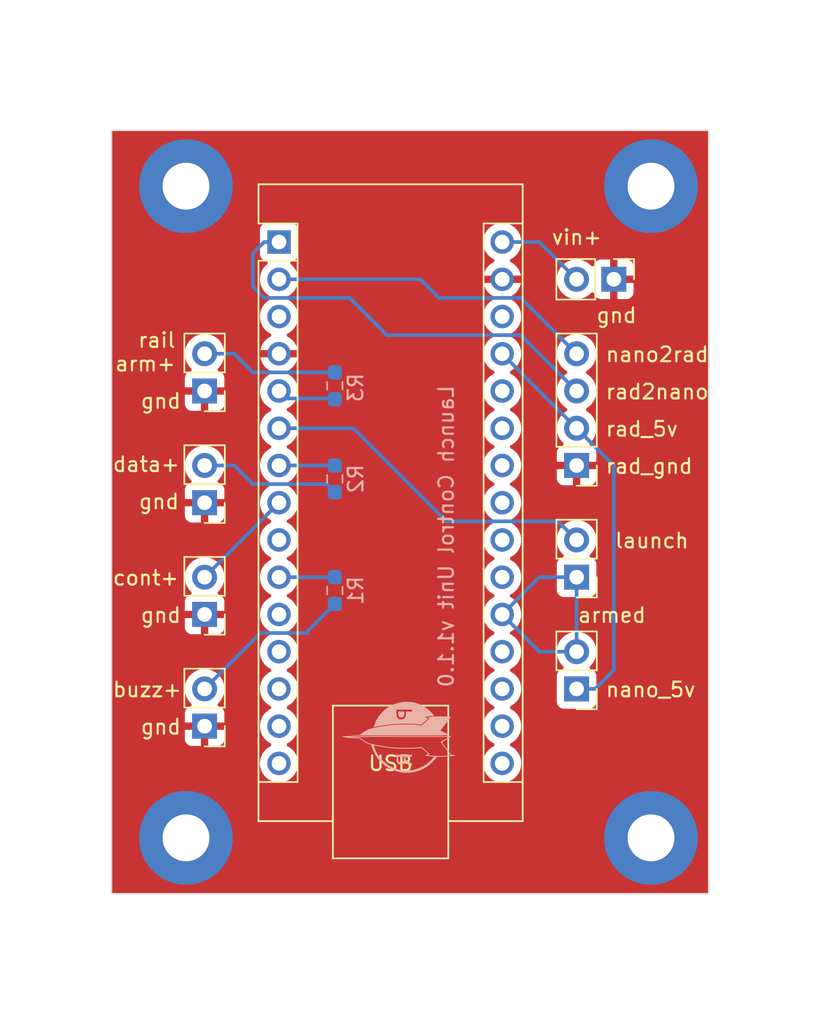
<source format=kicad_pcb>
(kicad_pcb (version 20241229) (generator "pcbnew") (generator_version "9.0")
  (layers (0 "F.Cu" signal) (2 "B.Cu" signal) (13 "F.Paste" user) (15 "B.Paste" user) (5 "F.SilkS" user "F.Silkscreen") (7 "B.SilkS" user "B.Silkscreen") (1 "F.Mask" user) (3 "B.Mask" user) (25 "Edge.Cuts" user))
  (net 0 "")
  (net 2 "/msg_recv_LED_pin")
  (net 3 "/rail_isArmed_LED_pin")
  (net 4 "GND")
  (net 5 "/rail_continuity_LED_PIN")
  (net 11 "Net-(A1-A1)")
  (net 13 "/trigger_pin")
  (net 20 "Net-(A1-D7)")
  (net 26 "Net-(J3-Pin_1)")
  (net 27 "Net-(BZ1-+)")
  (net 28 "Net-(J2-Pin_1)")
  (net 29 "+5V")
  (net 30 "/rad_to_nano")
  (net 31 "/nano_to_rad")
  (net 32 "VIN")
  (footprint "Connector_PinHeader_2.54mm:PinHeader_1x02_P2.54mm_Vertical" (layer "F.Cu") (at 147.32 90.17 180)
    (property "Reference" "SW2" (hide yes))
    (property "Value" "fire_btn")
    (fp_line (start 1.38 1.27) (end 1.38 3.92) (stroke (width 0.12)) (layer "F.SilkS"))
    (fp_line (start -1.38 3.92) (end 1.38 3.92) (stroke (width 0.12)) (layer "F.SilkS"))
    (fp_line (start -1.38 1.27) (end 1.38 1.27) (stroke (width 0.12)) (layer "F.SilkS"))
    (fp_line (start -1.38 1.27) (end -1.38 3.92) (stroke (width 0.12)) (layer "F.SilkS"))
    (fp_line (start -1.38 0) (end -1.38 -1.38) (stroke (width 0.12)) (layer "F.SilkS"))
    (fp_line (start -1.38 -1.38) (end 0 -1.38) (stroke (width 0.12)) (layer "F.SilkS"))
    (pad "1" thru_hole rect (at 0 0 180) (size 1.7 1.7) (drill 1) (layers "*.Cu" "*.Mask") (net 11 "Net-(A1-A1)"))
    (pad "2" thru_hole circle (at 0 2.54 180) (size 1.7 1.7) (drill 1) (layers "*.Cu" "*.Mask") (net 13 "/trigger_pin"))
  )
  (footprint "Connector_PinHeader_2.54mm:PinHeader_1x02_P2.54mm_Vertical" (layer "F.Cu") (at 121.92 85.09 180)
    (property "Reference" "J2" (hide yes))
    (property "Value" "Msg_Recv_LED")
    (fp_line (start 1.38 1.27) (end 1.38 3.92) (stroke (width 0.12)) (layer "F.SilkS"))
    (fp_line (start -1.38 3.92) (end 1.38 3.92) (stroke (width 0.12)) (layer "F.SilkS"))
    (fp_line (start -1.38 1.27) (end 1.38 1.27) (stroke (width 0.12)) (layer "F.SilkS"))
    (fp_line (start -1.38 1.27) (end -1.38 3.92) (stroke (width 0.12)) (layer "F.SilkS"))
    (fp_line (start -1.38 0) (end -1.38 -1.38) (stroke (width 0.12)) (layer "F.SilkS"))
    (fp_line (start -1.38 -1.38) (end 0 -1.38) (stroke (width 0.12)) (layer "F.SilkS"))
    (pad "1" thru_hole rect (at 0 0 180) (size 1.7 1.7) (drill 1) (layers "*.Cu" "*.Mask") (net 4 "GND"))
    (pad "2" thru_hole circle (at 0 2.54 180) (size 1.7 1.7) (drill 1) (layers "*.Cu" "*.Mask") (net 28 "Net-(J2-Pin_1)"))
  )
  (footprint "Connector_PinHeader_2.54mm:PinHeader_1x02_P2.54mm_Vertical" (layer "F.Cu") (at 121.92 100.33 180)
    (property "Reference" "BZ1" (hide yes))
    (property "Value" "Buzzer")
    (fp_line (start 1.38 1.27) (end 1.38 3.92) (stroke (width 0.12)) (layer "F.SilkS"))
    (fp_line (start -1.38 3.92) (end 1.38 3.92) (stroke (width 0.12)) (layer "F.SilkS"))
    (fp_line (start -1.38 1.27) (end 1.38 1.27) (stroke (width 0.12)) (layer "F.SilkS"))
    (fp_line (start -1.38 1.27) (end -1.38 3.92) (stroke (width 0.12)) (layer "F.SilkS"))
    (fp_line (start -1.38 0) (end -1.38 -1.38) (stroke (width 0.12)) (layer "F.SilkS"))
    (fp_line (start -1.38 -1.38) (end 0 -1.38) (stroke (width 0.12)) (layer "F.SilkS"))
    (pad "1" thru_hole rect (at 0 0 180) (size 1.7 1.7) (drill 1) (layers "*.Cu" "*.Mask") (net 4 "GND"))
    (pad "2" thru_hole circle (at 0 2.54 180) (size 1.7 1.7) (drill 1) (layers "*.Cu" "*.Mask") (net 27 "Net-(BZ1-+)"))
  )
  (footprint "MountingHole:MountingHole_3.2mm_M3_Pad_TopBottom" (layer "F.Cu") (at 152.4 107.95)
    (property "Reference" "H4" (hide yes))
    (property "Value" "MountingHole_Pad")
    (pad "1" thru_hole circle (at 0 0) (size 3.6 3.6) (drill 3.2) (layers "*.Cu" "*.Mask") (net 4 "GND"))
    (pad "1" connect circle (at 0 0) (size 6.4 6.4) (layers "F.Cu" "F.Mask") (net 4 "GND"))
    (pad "1" connect circle (at 0 0) (size 6.4 6.4) (layers "B.Cu" "B.Mask") (net 4 "GND"))
  )
  (footprint "MountingHole:MountingHole_3.2mm_M3_Pad_TopBottom" (layer "F.Cu") (at 120.65 107.95)
    (property "Reference" "H3" (hide yes))
    (property "Value" "MountingHole_Pad")
    (pad "1" thru_hole circle (at 0 0) (size 3.6 3.6) (drill 3.2) (layers "*.Cu" "*.Mask") (net 4 "GND"))
    (pad "1" connect circle (at 0 0) (size 6.4 6.4) (layers "F.Cu" "F.Mask") (net 4 "GND"))
    (pad "1" connect circle (at 0 0) (size 6.4 6.4) (layers "B.Cu" "B.Mask") (net 4 "GND"))
  )
  (footprint "Module:Arduino_Nano" (layer "F.Cu") (at 127 67.31)
    (property "Reference" "A1" (hide yes))
    (property "Value" "Arduino_Nano_v2.x")
    (fp_line (start -1.4 -3.94) (end -1.4 -1.27) (stroke (width 0.12)) (layer "F.SilkS"))
    (fp_line (start -1.4 1.27) (end -1.4 39.5) (stroke (width 0.12)) (layer "F.SilkS"))
    (fp_line (start -1.4 39.5) (end 3.68 39.5) (stroke (width 0.12)) (layer "F.SilkS"))
    (fp_line (start 1.27 -1.27) (end -1.4 -1.27) (stroke (width 0.12)) (layer "F.SilkS"))
    (fp_line (start 1.27 1.27) (end -1.4 1.27) (stroke (width 0.12)) (layer "F.SilkS"))
    (fp_line (start 1.27 1.27) (end 1.27 -1.27) (stroke (width 0.12)) (layer "F.SilkS"))
    (fp_line (start 1.27 1.27) (end 1.27 36.83) (stroke (width 0.12)) (layer "F.SilkS"))
    (fp_line (start 1.27 36.83) (end -1.4 36.83) (stroke (width 0.12)) (layer "F.SilkS"))
    (fp_line (start 3.68 31.62) (end 11.56 31.62) (stroke (width 0.12)) (layer "F.SilkS"))
    (fp_line (start 3.68 42.04) (end 3.68 31.62) (stroke (width 0.12)) (layer "F.SilkS"))
    (fp_line (start 11.56 31.62) (end 11.56 42.04) (stroke (width 0.12)) (layer "F.SilkS"))
    (fp_line (start 11.56 42.04) (end 3.68 42.04) (stroke (width 0.12)) (layer "F.SilkS"))
    (fp_line (start 13.97 -1.27) (end 13.97 36.83) (stroke (width 0.12)) (layer "F.SilkS"))
    (fp_line (start 13.97 -1.27) (end 16.64 -1.27) (stroke (width 0.12)) (layer "F.SilkS"))
    (fp_line (start 13.97 36.83) (end 16.64 36.83) (stroke (width 0.12)) (layer "F.SilkS"))
    (fp_line (start 16.64 -3.94) (end -1.4 -3.94) (stroke (width 0.12)) (layer "F.SilkS"))
    (fp_line (start 16.64 39.5) (end 11.56 39.5) (stroke (width 0.12)) (layer "F.SilkS"))
    (fp_line (start 16.64 39.5) (end 16.64 -3.94) (stroke (width 0.12)) (layer "F.SilkS"))
    (fp_text user "USB" (at 7.62 35.56 0) (layer "F.SilkS"))
    (pad "1" thru_hole rect (at 0 0) (size 1.6 1.6) (drill 1) (layers "*.Cu" "*.Mask") (net 31 "/nano_to_rad"))
    (pad "2" thru_hole oval (at 0 2.54) (size 1.6 1.6) (drill 1) (layers "*.Cu" "*.Mask") (net 30 "/rad_to_nano"))
    (pad "3" thru_hole oval (at 0 5.08) (size 1.6 1.6) (drill 1) (layers "*.Cu" "*.Mask"))
    (pad "4" thru_hole oval (at 0 7.62) (size 1.6 1.6) (drill 1) (layers "*.Cu" "*.Mask") (net 4 "GND"))
    (pad "5" thru_hole oval (at 0 10.16) (size 1.6 1.6) (drill 1) (layers "*.Cu" "*.Mask") (net 3 "/rail_isArmed_LED_pin"))
    (pad "6" thru_hole oval (at 0 12.7) (size 1.6 1.6) (drill 1) (layers "*.Cu" "*.Mask") (net 13 "/trigger_pin"))
    (pad "7" thru_hole oval (at 0 15.24) (size 1.6 1.6) (drill 1) (layers "*.Cu" "*.Mask") (net 2 "/msg_recv_LED_pin"))
    (pad "8" thru_hole oval (at 0 17.78) (size 1.6 1.6) (drill 1) (layers "*.Cu" "*.Mask") (net 5 "/rail_continuity_LED_PIN"))
    (pad "9" thru_hole oval (at 0 20.32) (size 1.6 1.6) (drill 1) (layers "*.Cu" "*.Mask"))
    (pad "10" thru_hole oval (at 0 22.86) (size 1.6 1.6) (drill 1) (layers "*.Cu" "*.Mask") (net 20 "Net-(A1-D7)"))
    (pad "11" thru_hole oval (at 0 25.4) (size 1.6 1.6) (drill 1) (layers "*.Cu" "*.Mask"))
    (pad "12" thru_hole oval (at 0 27.94) (size 1.6 1.6) (drill 1) (layers "*.Cu" "*.Mask"))
    (pad "13" thru_hole oval (at 0 30.48) (size 1.6 1.6) (drill 1) (layers "*.Cu" "*.Mask"))
    (pad "14" thru_hole oval (at 0 33.02) (size 1.6 1.6) (drill 1) (layers "*.Cu" "*.Mask"))
    (pad "15" thru_hole oval (at 0 35.56) (size 1.6 1.6) (drill 1) (layers "*.Cu" "*.Mask"))
    (pad "16" thru_hole oval (at 15.24 35.56) (size 1.6 1.6) (drill 1) (layers "*.Cu" "*.Mask"))
    (pad "17" thru_hole oval (at 15.24 33.02) (size 1.6 1.6) (drill 1) (layers "*.Cu" "*.Mask"))
    (pad "18" thru_hole oval (at 15.24 30.48) (size 1.6 1.6) (drill 1) (layers "*.Cu" "*.Mask"))
    (pad "19" thru_hole oval (at 15.24 27.94) (size 1.6 1.6) (drill 1) (layers "*.Cu" "*.Mask"))
    (pad "20" thru_hole oval (at 15.24 25.4) (size 1.6 1.6) (drill 1) (layers "*.Cu" "*.Mask") (net 11 "Net-(A1-A1)"))
    (pad "21" thru_hole oval (at 15.24 22.86) (size 1.6 1.6) (drill 1) (layers "*.Cu" "*.Mask"))
    (pad "22" thru_hole oval (at 15.24 20.32) (size 1.6 1.6) (drill 1) (layers "*.Cu" "*.Mask"))
    (pad "23" thru_hole oval (at 15.24 17.78) (size 1.6 1.6) (drill 1) (layers "*.Cu" "*.Mask"))
    (pad "24" thru_hole oval (at 15.24 15.24) (size 1.6 1.6) (drill 1) (layers "*.Cu" "*.Mask"))
    (pad "25" thru_hole oval (at 15.24 12.7) (size 1.6 1.6) (drill 1) (layers "*.Cu" "*.Mask"))
    (pad "26" thru_hole oval (at 15.24 10.16) (size 1.6 1.6) (drill 1) (layers "*.Cu" "*.Mask"))
    (pad "27" thru_hole oval (at 15.24 7.62) (size 1.6 1.6) (drill 1) (layers "*.Cu" "*.Mask") (net 29 "+5V"))
    (pad "28" thru_hole oval (at 15.24 5.08) (size 1.6 1.6) (drill 1) (layers "*.Cu" "*.Mask"))
    (pad "29" thru_hole oval (at 15.24 2.54) (size 1.6 1.6) (drill 1) (layers "*.Cu" "*.Mask") (net 4 "GND"))
    (pad "30" thru_hole oval (at 15.24 0) (size 1.6 1.6) (drill 1) (layers "*.Cu" "*.Mask") (net 32 "VIN"))
  )
  (footprint "MountingHole:MountingHole_3.2mm_M3_Pad_TopBottom" (layer "F.Cu") (at 120.65 63.5)
    (property "Reference" "H2" (hide yes))
    (property "Value" "MountingHole_Pad")
    (pad "1" thru_hole circle (at 0 0) (size 3.6 3.6) (drill 3.2) (layers "*.Cu" "*.Mask") (net 4 "GND"))
    (pad "1" connect circle (at 0 0) (size 6.4 6.4) (layers "F.Cu" "F.Mask") (net 4 "GND"))
    (pad "1" connect circle (at 0 0) (size 6.4 6.4) (layers "B.Cu" "B.Mask") (net 4 "GND"))
  )
  (footprint "MountingHole:MountingHole_3.2mm_M3_Pad_TopBottom" (layer "F.Cu") (at 152.4 63.5)
    (property "Reference" "H1" (hide yes))
    (property "Value" "MountingHole_Pad")
    (pad "1" thru_hole circle (at 0 0) (size 3.6 3.6) (drill 3.2) (layers "*.Cu" "*.Mask") (net 4 "GND"))
    (pad "1" connect circle (at 0 0) (size 6.4 6.4) (layers "F.Cu" "F.Mask") (net 4 "GND"))
    (pad "1" connect circle (at 0 0) (size 6.4 6.4) (layers "B.Cu" "B.Mask") (net 4 "GND"))
  )
  (footprint "Connector_PinHeader_2.54mm:PinHeader_1x02_P2.54mm_Vertical" (layer "F.Cu") (at 121.92 92.71 180)
    (property "Reference" "D1" (hide yes))
    (property "Value" "LED")
    (fp_line (start 1.38 1.27) (end 1.38 3.92) (stroke (width 0.12)) (layer "F.SilkS"))
    (fp_line (start -1.38 3.92) (end 1.38 3.92) (stroke (width 0.12)) (layer "F.SilkS"))
    (fp_line (start -1.38 1.27) (end 1.38 1.27) (stroke (width 0.12)) (layer "F.SilkS"))
    (fp_line (start -1.38 1.27) (end -1.38 3.92) (stroke (width 0.12)) (layer "F.SilkS"))
    (fp_line (start -1.38 0) (end -1.38 -1.38) (stroke (width 0.12)) (layer "F.SilkS"))
    (fp_line (start -1.38 -1.38) (end 0 -1.38) (stroke (width 0.12)) (layer "F.SilkS"))
    (pad "1" thru_hole rect (at 0 0 180) (size 1.7 1.7) (drill 1) (layers "*.Cu" "*.Mask") (net 4 "GND"))
    (pad "2" thru_hole circle (at 0 2.54 180) (size 1.7 1.7) (drill 1) (layers "*.Cu" "*.Mask") (net 5 "/rail_continuity_LED_PIN"))
  )
  (footprint "Connector_PinHeader_2.54mm:PinHeader_1x04_P2.54mm_Vertical" (layer "F.Cu") (at 147.32 82.55 180)
    (property "Reference" "J4" (hide yes))
    (property "Value" "Conn_01x04_Pin")
    (fp_line (start 1.38 1.27) (end 1.38 9) (stroke (width 0.12)) (layer "F.SilkS"))
    (fp_line (start -1.38 9) (end 1.38 9) (stroke (width 0.12)) (layer "F.SilkS"))
    (fp_line (start -1.38 1.27) (end 1.38 1.27) (stroke (width 0.12)) (layer "F.SilkS"))
    (fp_line (start -1.38 1.27) (end -1.38 9) (stroke (width 0.12)) (layer "F.SilkS"))
    (fp_line (start -1.38 0) (end -1.38 -1.38) (stroke (width 0.12)) (layer "F.SilkS"))
    (fp_line (start -1.38 -1.38) (end 0 -1.38) (stroke (width 0.12)) (layer "F.SilkS"))
    (pad "1" thru_hole rect (at 0 0 180) (size 1.7 1.7) (drill 1) (layers "*.Cu" "*.Mask") (net 4 "GND"))
    (pad "2" thru_hole circle (at 0 2.54 180) (size 1.7 1.7) (drill 1) (layers "*.Cu" "*.Mask") (net 29 "+5V"))
    (pad "3" thru_hole circle (at 0 5.08 180) (size 1.7 1.7) (drill 1) (layers "*.Cu" "*.Mask") (net 31 "/nano_to_rad"))
    (pad "4" thru_hole circle (at 0 7.62 180) (size 1.7 1.7) (drill 1) (layers "*.Cu" "*.Mask") (net 30 "/rad_to_nano"))
  )
  (footprint "Connector_PinHeader_2.54mm:PinHeader_1x02_P2.54mm_Vertical" (layer "F.Cu") (at 147.32 97.79 180)
    (property "Reference" "SW1" (hide yes))
    (property "Value" "Arm_switch")
    (fp_line (start 1.38 1.27) (end 1.38 3.92) (stroke (width 0.12)) (layer "F.SilkS"))
    (fp_line (start -1.38 3.92) (end 1.38 3.92) (stroke (width 0.12)) (layer "F.SilkS"))
    (fp_line (start -1.38 1.27) (end 1.38 1.27) (stroke (width 0.12)) (layer "F.SilkS"))
    (fp_line (start -1.38 1.27) (end -1.38 3.92) (stroke (width 0.12)) (layer "F.SilkS"))
    (fp_line (start -1.38 0) (end -1.38 -1.38) (stroke (width 0.12)) (layer "F.SilkS"))
    (fp_line (start -1.38 -1.38) (end 0 -1.38) (stroke (width 0.12)) (layer "F.SilkS"))
    (pad "1" thru_hole rect (at 0 0 180) (size 1.7 1.7) (drill 1) (layers "*.Cu" "*.Mask") (net 29 "+5V"))
    (pad "2" thru_hole circle (at 0 2.54 180) (size 1.7 1.7) (drill 1) (layers "*.Cu" "*.Mask") (net 11 "Net-(A1-A1)"))
  )
  (footprint "Connector_PinHeader_2.54mm:PinHeader_1x02_P2.54mm_Vertical" (layer "F.Cu") (at 149.86 69.85 -90)
    (property "Reference" "J1" (hide yes))
    (property "Value" "batt_switched_pwr")
    (fp_line (start -1.38 3.92) (end 1.38 3.92) (stroke (width 0.12)) (layer "F.SilkS"))
    (fp_line (start -1.38 1.27) (end -1.38 3.92) (stroke (width 0.12)) (layer "F.SilkS"))
    (fp_line (start -1.38 1.27) (end 1.38 1.27) (stroke (width 0.12)) (layer "F.SilkS"))
    (fp_line (start 1.38 1.27) (end 1.38 3.92) (stroke (width 0.12)) (layer "F.SilkS"))
    (fp_line (start -1.38 0) (end -1.38 -1.38) (stroke (width 0.12)) (layer "F.SilkS"))
    (fp_line (start -1.38 -1.38) (end 0 -1.38) (stroke (width 0.12)) (layer "F.SilkS"))
    (pad "1" thru_hole rect (at 0 0 270) (size 1.7 1.7) (drill 1) (layers "*.Cu" "*.Mask") (net 4 "GND"))
    (pad "2" thru_hole circle (at 0 2.54 270) (size 1.7 1.7) (drill 1) (layers "*.Cu" "*.Mask") (net 32 "VIN"))
  )
  (footprint "Connector_PinHeader_2.54mm:PinHeader_1x02_P2.54mm_Vertical" (layer "F.Cu") (at 121.92 77.47 180)
    (property "Reference" "J3" (hide yes))
    (property "Value" "Rail_isArmed_LED")
    (fp_line (start 1.38 1.27) (end 1.38 3.92) (stroke (width 0.12)) (layer "F.SilkS"))
    (fp_line (start -1.38 3.92) (end 1.38 3.92) (stroke (width 0.12)) (layer "F.SilkS"))
    (fp_line (start -1.38 1.27) (end 1.38 1.27) (stroke (width 0.12)) (layer "F.SilkS"))
    (fp_line (start -1.38 1.27) (end -1.38 3.92) (stroke (width 0.12)) (layer "F.SilkS"))
    (fp_line (start -1.38 0) (end -1.38 -1.38) (stroke (width 0.12)) (layer "F.SilkS"))
    (fp_line (start -1.38 -1.38) (end 0 -1.38) (stroke (width 0.12)) (layer "F.SilkS"))
    (pad "1" thru_hole rect (at 0 0 180) (size 1.7 1.7) (drill 1) (layers "*.Cu" "*.Mask") (net 4 "GND"))
    (pad "2" thru_hole circle (at 0 2.54 180) (size 1.7 1.7) (drill 1) (layers "*.Cu" "*.Mask") (net 26 "Net-(J3-Pin_1)"))
  )
  (footprint "Resistor_SMD:R_0603_1608Metric_Pad0.98x0.95mm_HandSolder" (layer "B.Cu") (at 130.81 77.1125 -90)
    (property "Reference" "R3" (at 0.1289 -1.4224 90) (layer "B.SilkS") (effects (justify mirror)))
    (property "Value" "1K")
    (fp_line (start -0.254724 0.5225) (end 0.254724 0.5225) (stroke (width 0.12)) (layer "B.SilkS"))
    (fp_line (start -0.254724 -0.5225) (end 0.254724 -0.5225) (stroke (width 0.12)) (layer "B.SilkS"))
    (pad "1" smd roundrect (at -0.9125 0 270) (size 0.975 0.95) (layers "B.Cu" "B.Mask" "B.Paste") (net 26 "Net-(J3-Pin_1)"))
    (pad "2" smd roundrect (at 0.9125 0 270) (size 0.975 0.95) (layers "B.Cu" "B.Mask" "B.Paste") (net 3 "/rail_isArmed_LED_pin"))
  )
  (footprint "Resistor_SMD:R_0603_1608Metric_Pad0.98x0.95mm_HandSolder" (layer "B.Cu") (at 130.81 83.4625 90)
    (property "Reference" "R2" (at 0 1.43 90) (layer "B.SilkS") (effects (justify mirror)))
    (property "Value" "1K")
    (fp_line (start -0.254724 -0.5225) (end 0.254724 -0.5225) (stroke (width 0.12)) (layer "B.SilkS"))
    (fp_line (start -0.254724 0.5225) (end 0.254724 0.5225) (stroke (width 0.12)) (layer "B.SilkS"))
    (pad "1" smd roundrect (at -0.9125 0 90) (size 0.975 0.95) (layers "B.Cu" "B.Mask" "B.Paste") (net 28 "Net-(J2-Pin_1)"))
    (pad "2" smd roundrect (at 0.9125 0 90) (size 0.975 0.95) (layers "B.Cu" "B.Mask" "B.Paste") (net 2 "/msg_recv_LED_pin"))
  )
  (footprint "logo:Logo" (layer "B.Cu") (at 135 101 -90)
    (property "Reference" "G***" (hide yes))
    (property "Value" "LOGO" (hide yes))
    (fp_poly (pts (xy -1.537704 -0.139762) (xy -1.456862 -0.144825) (xy -1.394013 -0.155289) (xy -1.346376 -0.172117) (xy -1.311167 -0.196272) (xy -1.286928 -0.226496) (xy -1.264348 -0.280972) (xy -1.25677 -0.340905) (xy -1.263671 -0.400408) (xy -1.284527 -0.453593) (xy -1.310075 -0.486837) (xy -1.345544 -0.51425) (xy -1.389561 -0.534401) (xy -1.445755 -0.548376) (xy -1.517753 -0.557261) (xy -1.553419 -0.559728) (xy -1.667838 -0.566274) (xy -1.667838 -0.351095) (xy -1.667838 -0.135916)) (fill yes) (layer "B.SilkS"))
    (fp_poly (pts (xy 1.492555 -0.026702) (xy 1.570266 -0.027078) (xy 1.630404 -0.028263) (xy 1.676635 -0.030516) (xy 1.712624 -0.0341) (xy 1.742039 -0.039273) (xy 1.768543 -0.046297) (xy 1.76866 -0.046332) (xy 1.836124 -0.077291) (xy 1.890749 -0.123353) (xy 1.931205 -0.181763) (xy 1.956162 -0.249767) (xy 1.964289 -0.324609) (xy 1.954258 -0.403534) (xy 1.949525 -0.421028) (xy 1.919772 -0.484493) (xy 1.871438 -0.539312) (xy 1.808766 -0.582302) (xy 1.753166 -0.612166) (xy 1.876159 -0.813339) (xy 1.913365 -0.874196) (xy 1.948055 -0.930934) (xy 1.978266 -0.980346) (xy 2.002038 -1.019224) (xy 2.017409 -1.044361) (xy 2.020555 -1.049506) (xy 2.041959 -1.084499) (xy 1.960063 -1.081375) (xy 1.878168 -1.078252) (xy 1.7536 -0.865788) (xy 1.629033 -0.653325) (xy 1.520957 -0.650297) (xy 1.412881 -0.64727) (xy 1.412881 -0.865417) (xy 1.412881 -1.083563) (xy 1.343731 -1.083563) (xy 1.274582 -1.083563) (xy 1.277337 -0.555061) (xy 1.277448 -0.533686) (xy 1.412392 -0.533686) (xy 1.548082 -0.529421) (xy 1.606389 -0.52717) (xy 1.648294 -0.524163) (xy 1.678638 -0.519589) (xy 1.702267 -0.512641) (xy 1.724022 -0.502508) (xy 1.73052 -0.498943) (xy 1.773132 -0.46733) (xy 1.800328 -0.42715) (xy 1.813995 -0.374687) (xy 1.816522 -0.329484) (xy 1.811845 -0.271724) (xy 1.796688 -0.226473) (xy 1.769248 -0.1925) (xy 1.727724 -0.168573) (xy 1.670315 -0.153459) (xy 1.595217 -0.145927) (xy 1.54607 -0.144573) (xy 1.418193 -0.143413) (xy 1.415292 -0.338549) (xy 1.412392 -0.533686) (xy 1.277448 -0.533686) (xy 1.280092 -0.026558)) (fill yes) (layer "B.SilkS"))
    (fp_poly (pts (xy -0.599305 1.525953) (xy -0.60418 1.500101) (xy -0.611842 1.465541) (xy -0.629138 1.386512) (xy -0.648209 1.290146) (xy -0.668447 1.180221) (xy -0.689242 1.060512) (xy -0.709986 0.934796) (xy -0.730069 0.806849) (xy -0.748882 0.680447) (xy -0.765817 0.559367) (xy -0.780264 0.447384) (xy -0.790809 0.355876) (xy -0.80275 0.228866) (xy -0.812785 0.091052) (xy -0.820931 -0.055304) (xy -0.827205 -0.207939) (xy -0.831624 -0.36459) (xy -0.834205 -0.522995) (xy -0.834965 -0.680891) (xy -0.833921 -0.836015) (xy -0.83109 -0.986106) (xy -0.826489 -1.1289) (xy -0.820136 -1.262134) (xy -0.812047 -1.383546) (xy -0.802239 -1.490874) (xy -0.79073 -1.581855) (xy -0.777536 -1.654225) (xy -0.775608 -1.662526) (xy -0.770568 -1.69392) (xy -0.7752 -1.715626) (xy -0.783733 -1.728879) (xy -0.800826 -1.750093) (xy -0.828107 -1.782694) (xy -0.863482 -1.824285) (xy -0.904858 -1.872466) (xy -0.950141 -1.924837) (xy -0.997236 -1.979) (xy -1.044049 -2.032557) (xy -1.088487 -2.083107) (xy -1.128455 -2.128252) (xy -1.16186 -2.165594) (xy -1.186607 -2.192732) (xy -1.200603 -2.207269) (xy -1.202872 -2.209066) (xy -1.210437 -2.200409) (xy -1.216953 -2.180406) (xy -1.22303 -2.157719) (xy -1.234101 -2.121066) (xy -1.248281 -2.076583) (xy -1.256401 -2.051965) (xy -1.272245 -2.006517) (xy -1.283535 -1.979499) (xy -1.291356 -1.968856) (xy -1.296795 -1.972535) (xy -1.29747 -1.974189) (xy -1.303964 -1.999166) (xy -1.311959 -2.041414) (xy -1.320922 -2.097057) (xy -1.330321 -2.162216) (xy -1.339623 -2.233013) (xy -1.348295 -2.305573) (xy -1.355806 -2.376016) (xy -1.361623 -2.440466) (xy -1.3618 -2.442703) (xy -1.366542 -2.498142) (xy -1.371279 -2.545154) (xy -1.375589 -2.58011) (xy -1.379048 -2.599378) (xy -1.380362 -2.601993) (xy -1.391116 -2.595481) (xy -1.413304 -2.579161) (xy -1.43944 -2.558695) (xy -1.608288 -2.410226) (xy -1.76046 -2.249734) (xy -1.895598 -2.078416) (xy -2.013342 -1.897469) (xy -2.113331 -1.708091) (xy -2.195207 -1.51148) (xy -2.258609 -1.308832) (xy -2.303178 -1.101346) (xy -2.328555 -0.890218) (xy -2.334379 -0.676647) (xy -2.320292 -0.46183) (xy -2.285932 -0.246963) (xy -2.230942 -0.033246) (xy -2.227098 -0.021246) (xy -1.795316 -0.021246) (xy -1.795316 -0.552405) (xy -1.795316 -1.083563) (xy -1.731577 -1.083563) (xy -1.667838 -1.083563) (xy -1.667838 -0.877821) (xy -1.667838 -0.67208) (xy -1.532393 -0.666539) (xy -1.432995 -0.658566) (xy -1.351349 -0.642835) (xy -1.285025 -0.61824) (xy -1.231598 -0.583677) (xy -1.188639 -0.538041) (xy -1.163238 -0.498445) (xy -1.148426 -0.469995) (xy -1.139073 -0.445275) (xy -1.133938 -0.417917) (xy -1.131784 -0.381553) (xy -1.131368 -0.33463) (xy -1.131986 -0.283395) (xy -1.134535 -0.247359) (xy -1.140058 -0.220491) (xy -1.149598 -0.196761) (xy -1.157926 -0.18109) (xy -1.188433 -0.136522) (xy -1.226334 -0.100373) (xy -1.27373 -0.071963) (xy -1.332721 -0.050608) (xy -1.40541 -0.035627) (xy -1.493897 -0.026338) (xy -1.600284 -0.022058) (xy -1.649248 -0.021594) (xy -1.795316 -0.021246) (xy -2.227098 -0.021246) (xy -2.213896 0.019961) (xy -2.134933 0.223801) (xy -2.037582 0.418131) (xy -1.92296 0.601829) (xy -1.792187 0.773778) (xy -1.646379 0.932857) (xy -1.486656 1.077946) (xy -1.314136 1.207927) (xy -1.129937 1.321678) (xy -0.935178 1.41808) (xy -0.744069 1.49168) (xy -0.692772 1.508595) (xy -0.649248 1.522497) (xy -0.617157 1.53225) (xy -0.600161 1.536722) (xy -0.59843 1.536809)) (fill yes) (layer "B.SilkS"))
    (fp_poly (pts (xy -0.044263 3.128304) (xy -0.043146 3.114813) (xy -0.042119 3.092658) (xy -0.041177 3.061196) (xy -0.040319 3.019788) (xy -0.039542 2.967789) (xy -0.038843 2.904558) (xy -0.038219 2.829454) (xy -0.037667 2.741835) (xy -0.037184 2.641058) (xy -0.036768 2.526482) (xy -0.036416 2.397464) (xy -0.036124 2.253364) (xy -0.035891 2.093538) (xy -0.035712 1.917346) (xy -0.035587 1.724144) (xy -0.03551 1.513292) (xy -0.035481 1.284147) (xy -0.035495 1.036067) (xy -0.035551 0.768411) (xy -0.035644 0.480536) (xy -0.035718 0.297449) (xy -0.035846 0.042619) (xy -0.036011 -0.209924) (xy -0.03621 -0.459123) (xy -0.036441 -0.703922) (xy -0.036703 -0.943267) (xy -0.036993 -1.176102) (xy -0.03731 -1.401371) (xy -0.03765 -1.618018) (xy -0.038013 -1.824988) (xy -0.038396 -2.021226) (xy -0.038797 -2.205675) (xy -0.039214 -2.37728) (xy -0.039645 -2.534985) (xy -0.040087 -2.677736) (xy -0.04054 -2.804475) (xy -0.041 -2.914149) (xy -0.041466 -3.0057) (xy -0.041936 -3.078074) (xy -0.042388 -3.128524) (xy -0.047805 -3.617189) (xy -0.096941 -3.542827) (xy -0.133843 -3.482669) (xy -0.175151 -3.408041) (xy -0.218042 -3.324451) (xy -0.259691 -3.237405) (xy -0.297275 -3.152413) (xy -0.297947 -3.150816) (xy -0.3209 -3.099402) (xy -0.339761 -3.065838) (xy -0.356685 -3.04767) (xy -0.373828 -3.042442) (xy -0.389818 -3.04619) (xy -0.401901 -3.054072) (xy -0.429116 -3.073703) (xy -0.469795 -3.103825) (xy -0.52227 -3.143181) (xy -0.584873 -3.190512) (xy -0.655937 -3.244561) (xy -0.733793 -3.30407) (xy -0.816774 -3.367781) (xy -0.840727 -3.386223) (xy -0.939804 -3.462699) (xy -1.023218 -3.527455) (xy -1.092265 -3.581568) (xy -1.148243 -3.626115) (xy -1.192448 -3.662172) (xy -1.226177 -3.690815) (xy -1.250727 -3.713122) (xy -1.267396 -3.730168) (xy -1.277479 -3.743031) (xy -1.282256 -3.752722) (xy -1.292754 -3.78716) (xy -1.299767 -3.739356) (xy -1.312457 -3.633537) (xy -1.322394 -3.510274) (xy -1.329574 -3.37319) (xy -1.333995 -3.22591) (xy -1.335654 -3.072057) (xy -1.334548 -2.915254) (xy -1.330674 -2.759125) (xy -1.324029 -2.607293) (xy -1.314612 -2.463383) (xy -1.302418 -2.331017) (xy -1.300867 -2.316964) (xy -1.295128 -2.264987) (xy -1.290363 -2.220102) (xy -1.287041 -2.186845) (xy -1.285629 -2.169749) (xy -1.285611 -2.169155) (xy -1.282234 -2.158127) (xy -1.274721 -2.163137) (xy -1.26609 -2.180222) (xy -1.259769 -2.203123) (xy -1.246204 -2.240657) (xy -1.223047 -2.259304) (xy -1.198633 -2.260895) (xy -1.183886 -2.251778) (xy -1.15663 -2.226774) (xy -1.116715 -2.185723) (xy -1.063991 -2.128468) (xy -0.998308 -2.05485) (xy -0.943097 -1.991844) (xy -0.878866 -1.917856) (xy -0.827504 -1.858018) (xy -0.787711 -1.81065) (xy -0.758187 -1.774071) (xy -0.737631 -1.746601) (xy -0.724743 -1.726559) (xy -0.718223 -1.712264) (xy -0.716771 -1.702035) (xy -0.717087 -1.699707) (xy -0.730961 -1.628081) (xy -0.742571 -1.561682) (xy -0.75216 -1.497498) (xy -0.759971 -1.432518) (xy -0.766247 -1.363729) (xy -0.771231 -1.288119) (xy -0.775167 -1.202675) (xy -0.778297 -1.104386) (xy -0.780864 -0.990239) (xy -0.782651 -0.887035) (xy -0.784243 -0.711823) (xy -0.783639 -0.534478) (xy -0.780946 -0.358696) (xy -0.776274 -0.188173) (xy -0.769731 -0.026605) (xy -0.761425 0.122311) (xy -0.751465 0.254879) (xy -0.748053 0.292137) (xy -0.732607 0.434898) (xy -0.712655 0.59093) (xy -0.688906 0.756143) (xy -0.66207 0.926443) (xy -0.632855 1.097737) (xy -0.60197 1.265933) (xy -0.570125 1.426937) (xy -0.53803 1.576658) (xy -0.506392 1.711003) (xy -0.493355 1.76207) (xy -0.45839 1.871154) (xy -0.409447 1.983748) (xy -0.345478 2.101797) (xy -0.265439 2.227243) (xy -0.175856 2.351995) (xy -0.077601 2.482646) (xy -0.069746 2.747157) (xy -0.066913 2.827778) (xy -0.063288 2.90838) (xy -0.059142 2.984266) (xy -0.054743 3.050742) (xy -0.050361 3.103112) (xy -0.048178 3.123212) (xy -0.046776 3.131862) (xy -0.045472 3.133773)) (fill yes) (layer "B.SilkS"))
    (fp_poly (pts (xy 0.038872 3.675928) (xy 0.05378 3.640939) (xy 0.066395 3.605189) (xy 0.077357 3.565499) (xy 0.087307 3.518691) (xy 0.096885 3.461588) (xy 0.106733 3.39101) (xy 0.11749 3.30378) (xy 0.122444 3.261313) (xy 0.146673 2.986629) (xy 0.156366 2.762659) (xy 0.162729 2.503026) (xy 0.228782 2.417406) (xy 0.320152 2.292205) (xy 0.40084 2.167834) (xy 0.46928 2.047086) (xy 0.523907 1.932759) (xy 0.563157 1.827647) (xy 0.568042 1.8114) (xy 0.58086 1.769098) (xy 0.5923 1.734927) (xy 0.600668 1.713787) (xy 0.603247 1.709567) (xy 0.61635 1.704136) (xy 0.644856 1.695083) (xy 0.683574 1.684015) (xy 0.701129 1.679284) (xy 0.811023 1.645475) (xy 0.931189 1.600249) (xy 1.055929 1.546204) (xy 1.179546 1.485935) (xy 1.296341 1.422039) (xy 1.384212 1.367986) (xy 1.570908 1.233484) (xy 1.742535 1.084314) (xy 1.898583 0.92128) (xy 2.038543 0.745186) (xy 2.161905 0.556837) (xy 2.268161 0.357037) (xy 2.356802 0.146591) (xy 2.427317 -0.073697) (xy 2.479197 -0.303022) (xy 2.492429 -0.382434) (xy 2.500571 -0.452664) (xy 2.506492 -0.537978) (xy 2.510143 -0.632737) (xy 2.511476 -0.731301) (xy 2.510444 -0.82803) (xy 2.506997 -0.917283) (xy 2.501086 -0.99342) (xy 2.4979 -1.019824) (xy 2.456418 -1.252001) (xy 2.397404 -1.472763) (xy 2.320314 -1.683458) (xy 2.2246 -1.885434) (xy 2.109719 -2.080039) (xy 2.011934 -2.220242) (xy 1.961317 -2.28365) (xy 1.898536 -2.355131) (xy 1.827596 -2.430679) (xy 1.752503 -2.506286) (xy 1.677263 -2.577945) (xy 1.605883 -2.64165) (xy 1.542367 -2.693392) (xy 1.528723 -2.703597) (xy 1.427156 -2.777959) (xy 1.420434 -3.123212) (xy 1.418403 -3.213349) (xy 1.415887 -3.302403) (xy 1.413031 -3.386618) (xy 1.409978 -3.462241) (xy 1.40687 -3.525517) (xy 1.403852 -3.572693) (xy 1.402786 -3.58532) (xy 1.398244 -3.630878) (xy 1.392276 -3.686329) (xy 1.385307 -3.748173) (xy 1.377763 -3.812911) (xy 1.370068 -3.877045) (xy 1.362648 -3.937075) (xy 1.355928 -3.989502) (xy 1.350333 -4.030828) (xy 1.346287 -4.057553) (xy 1.344368 -4.066194) (xy 1.34097 -4.057481) (xy 1.333322 -4.031582) (xy 1.322376 -3.991913) (xy 1.309083 -3.941888) (xy 1.300506 -3.908825) (xy 1.259303 -3.748625) (xy 0.88065 -3.457457) (xy 0.501996 -3.166289) (xy 0.438185 -3.177529) (xy 0.374374 -3.18877) (xy 0.308735 -3.319256) (xy 0.250963 -3.427945) (xy 0.192414 -3.526431) (xy 0.135088 -3.611605) (xy 0.080982 -3.680357) (xy 0.066101 -3.696863) (xy 0.011433 -3.755291) (xy 0.011372 -3.617121) (xy 0.063739 -3.617121) (xy 0.101657 -3.56404) (xy 0.137364 -3.510023) (xy 0.178152 -3.441655) (xy 0.221093 -3.364265) (xy 0.263258 -3.283179) (xy 0.301718 -3.203727) (xy 0.311812 -3.181639) (xy 0.33722 -3.125692) (xy 0.35606 -3.086399) (xy 0.370295 -3.060959) (xy 0.381888 -3.046567) (xy 0.392802 -3.040422) (xy 0.405 -3.039719) (xy 0.410767 -3.040345) (xy 0.423806 -3.047286) (xy 0.451949 -3.066022) (xy 0.493517 -3.09532) (xy 0.54683 -3.133948) (xy 0.610207 -3.180675) (xy 0.681969 -3.234267) (xy 0.760436 -3.293494) (xy 0.843929 -3.357122) (xy 0.871376 -3.378168) (xy 0.970745 -3.454614) (xy 1.054431 -3.519346) (xy 1.123722 -3.573431) (xy 1.179905 -3.617934) (xy 1.22427 -3.653923) (xy 1.258106 -3.682464) (xy 1.2827 -3.704622) (xy 1.299342 -3.721466) (xy 1.30932 -3.73406) (xy 1.313923 -3.743472) (xy 1.314228 -3.744667) (xy 1.321312 -3.776537) (xy 1.328943 -3.739356) (xy 1.332365 -3.716219) (xy 1.336866 -3.676437) (xy 1.341988 -3.624554) (xy 1.347271 -3.565114) (xy 1.350393 -3.526892) (xy 1.35893 -3.385495) (xy 1.363828 -3.2283) (xy 1.365184 -3.060422) (xy 1.363099 -2.886979) (xy 1.35767 -2.713087) (xy 1.348996 -2.543862) (xy 1.337177 -2.384421) (xy 1.326198 -2.273358) (xy 1.313747 -2.161815) (xy 1.298649 -2.207085) (xy 1.279517 -2.246445) (xy 1.255405 -2.266798) (xy 1.227657 -2.267219) (xy 1.21768 -2.262685) (xy 1.205421 -2.251688) (xy 1.181253 -2.226537) (xy 1.147017 -2.189274) (xy 1.104555 -2.141941) (xy 1.055708 -2.086582) (xy 1.002315 -2.025239) (xy 0.97202 -1.990086) (xy 0.909866 -1.917877) (xy 0.860042 -1.859698) (xy 0.821354 -1.813193) (xy 0.79261 -1.776004) (xy 0.772618 -1.745774) (xy 0.760185 -1.720145) (xy 0.754118 -1.696761) (xy 0.753225 -1.673263) (xy 0.756313 -1.647295) (xy 0.76219 -1.616499) (xy 0.768073 -1.586933) (xy 0.778242 -1.528783) (xy 0.786845 -1.467405) (xy 0.793985 -1.400691) (xy 0.799764 -1.326531) (xy 0.804283 -1.242816) (xy 0.807646 -1.147436) (xy 0.809955 -1.038283) (xy 0.81131 -0.913246) (xy 0.811816 -0.770217) (xy 0.811772 -0.685194) (xy 0.810839 -0.495191) (xy 0.808564 -0.323263) (xy 0.804736 -0.166271) (xy 0.799142 -0.021075) (xy 0.791572 0.115467) (xy 0.781813 0.246494) (xy 0.769656 0.375146) (xy 0.754887 0.504564) (xy 0.737295 0.637888) (xy 0.716669 0.778258) (xy 0.71052 0.817984) (xy 0.690558 0.940711) (xy 0.668651 1.066517) (xy 0.645352 1.192767) (xy 0.621219 1.316823) (xy 0.596808 1.436049) (xy 0.577447 1.52571) (xy 0.640445 1.52571) (xy 0.641408 1.514793) (xy 0.646157 1.486897) (xy 0.653989 1.44581) (xy 0.6642 1.395319) (xy 0.668485 1.374799) (xy 0.679618 1.319621) (xy 0.693129 1.249001) (xy 0.708003 1.168472) (xy 0.723222 1.083567) (xy 0.73777 0.999817) (xy 0.742479 0.97202) (xy 0.770022 0.802296) (xy 0.793593 0.643141) (xy 0.813454 0.491105) (xy 0.829871 0.342736) (xy 0.843107 0.194586) (xy 0.853426 0.043201) (xy 0.861091 -0.114867) (xy 0.866368 -0.28307) (xy 0.869518 -0.464858) (xy 0.870808 -0.663682) (xy 0.870866 -0.706622) (xy 0.870246 -0.875573) (xy 0.868115 -1.025236) (xy 0.864383 -1.15752) (xy 0.858963 -1.274336) (xy 0.851765 -1.377593) (xy 0.842701 -1.469201) (xy 0.831696 -1.550983) (xy 0.824383 -1.600227) (xy 0.818421 -1.644164) (xy 0.814572 -1.676958) (xy 0.813548 -1.689969) (xy 0.816649 -1.702131) (xy 0.8273 -1.721298) (xy 0.846646 -1.748955) (xy 0.875836 -1.786586) (xy 0.916013 -1.835676) (xy 0.968325 -1.897709) (xy 1.025023 -1.963852) (xy 1.084809 -2.03314) (xy 1.132274 -2.087759) (xy 1.168914 -2.129178) (xy 1.196226 -2.158868) (xy 1.215707 -2.178299) (xy 1.228854 -2.18894) (xy 1.237164 -2.192261) (xy 1.242132 -2.189732) (xy 1.245257 -2.182823) (xy 1.24588 -2.180743) (xy 1.260372 -2.13227) (xy 1.276291 -2.082041) (xy 1.292226 -2.034155) (xy 1.306763 -1.99271) (xy 1.31849 -1.961803) (xy 1.325994 -1.945533) (xy 1.327467 -1.94404) (xy 1.331915 -1.953789) (xy 1.338606 -1.980056) (xy 1.346492 -2.018367) (xy 1.351763 -2.047616) (xy 1.357569 -2.083124) (xy 1.363246 -2.121544) (xy 1.369122 -2.165614) (xy 1.37552 -2.218072) (xy 1.382768 -2.281657) (xy 1.39119 -2.359106) (xy 1.401114 -2.453158) (xy 1.408644 -2.525659) (xy 1.412784 -2.556785) (xy 1.417247 -2.577029) (xy 1.419792 -2.58143) (xy 1.429834 -2.575144) (xy 1.452295 -2.558286) (xy 1.483249 -2.533851) (xy 1.501436 -2.519115) (xy 1.6615 -2.374747) (xy 1.807156 -2.215572) (xy 1.937537 -2.043157) (xy 2.051773 -1.85907) (xy 2.148997 -1.664879) (xy 2.228339 -1.46215) (xy 2.288931 -1.252452) (xy 2.329904 -1.037351) (xy 2.332326 -1.019824) (xy 2.340252 -0.939979) (xy 2.345139 -0.845388) (xy 2.347 -0.74233) (xy 2.345853 -0.637084) (xy 2.341712 -0.535931) (xy 2.334591 -0.445148) (xy 2.330846 -0.412622) (xy 2.292657 -0.197995) (xy 2.234495 0.0108) (xy 2.157126 0.212551) (xy 2.061316 0.406044) (xy 1.947828 0.590067) (xy 1.817429 0.763407) (xy 1.670885 0.924853) (xy 1.50896 1.073191) (xy 1.332419 1.207209) (xy 1.290715 1.235296) (xy 1.210354 1.284347) (xy 1.116122 1.335589) (xy 1.014693 1.385797) (xy 0.912739 1.431749) (xy 0.816936 1.470218) (xy 0.770595 1.486584) (xy 0.722341 1.502309) (xy 0.682003 1.514872) (xy 0.653496 1.523097) (xy 0.640731 1.525809) (xy 0.640445 1.52571) (xy 0.577447 1.52571) (xy 0.572675 1.547809) (xy 0.549375 1.649467) (xy 0.527465 1.738386) (xy 0.507502 1.81193) (xy 0.490041 1.867462) (xy 0.487848 1.873594) (xy 0.452128 1.957909) (xy 0.403173 2.052906) (xy 0.34327 2.154763) (xy 0.274709 2.259657) (xy 0.199777 2.363766) (xy 0.175304 2.395679) (xy 0.108984 2.480819) (xy 0.101136 2.742443) (xy 0.098309 2.822177) (xy 0.094712 2.901449) (xy 0.090612 2.975645) (xy 0.086276 3.040153) (xy 0.081972 3.090358) (xy 0.079899 3.108788) (xy 0.078618 3.115729) (xy 0.077415 3.115509) (xy 0.076287 3.107541) (xy 0.075232 3.091236) (xy 0.074246 3.066007) (xy 0.073327 3.031265) (xy 0.072472 2.986423) (xy 0.07168 2.930891) (xy 0.070946 2.864082) (xy 0.070269 2.785408) (xy 0.069646 2.694281) (xy 0.069075 2.590112) (xy 0.068552 2.472313) (xy 0.068075 2.340297) (xy 0.067641 2.193474) (xy 0.067248 2.031258) (xy 0.066894 1.853059) (xy 0.066575 1.65829) (xy 0.066289 1.446363) (xy 0.066033 1.216689) (xy 0.065805 0.96868) (xy 0.065602 0.701749) (xy 0.065421 0.415306) (xy 0.065261 0.108765) (xy 0.065124 -0.201806) (xy 0.063739 -3.617121) (xy 0.011372 -3.617121) (xy 0.010638 -1.965286) (xy 0.010538 -1.764769) (xy 0.010418 -1.565752) (xy 0.01028 -1.369674) (xy 0.010125 -1.177976) (xy 0.009956 -0.992098) (xy 0.009773 -0.813481) (xy 0.00958 -0.643566) (xy 0.009377 -0.483792) (xy 0.009166 -0.335599) (xy 0.00895 -0.200429) (xy 0.008729 -0.079722) (xy 0.008507 0.025082) (xy 0.008284 0.112543) (xy 0.008063 0.18122) (xy 0.007908 0.217775) (xy 0.007701 0.275513) (xy 0.007544 0.352897) (xy 0.007438 0.448326) (xy 0.007382 0.560199) (xy 0.007373 0.686915) (xy 0.007411 0.826874) (xy 0.007496 0.978476) (xy 0.007625 1.140118) (xy 0.007799 1.310202) (xy 0.008015 1.487125) (xy 0.008274 1.669288) (xy 0.008573 1.855089) (xy 0.008912 2.042929) (xy 0.009168 2.172438) (xy 0.012364 3.734044)) (fill yes) (layer "B.SilkS"))
  )
  (footprint "Resistor_SMD:R_0603_1608Metric_Pad0.98x0.95mm_HandSolder" (layer "B.Cu") (at 130.81 91.0825 90)
    (property "Reference" "R1" (at 0 1.43 90) (layer "B.SilkS") (effects (justify mirror)))
    (property "Value" "10K")
    (fp_line (start -0.254724 -0.5225) (end 0.254724 -0.5225) (stroke (width 0.12)) (layer "B.SilkS"))
    (fp_line (start -0.254724 0.5225) (end 0.254724 0.5225) (stroke (width 0.12)) (layer "B.SilkS"))
    (pad "1" smd roundrect (at -0.9125 0 90) (size 0.975 0.95) (layers "B.Cu" "B.Mask" "B.Paste") (net 27 "Net-(BZ1-+)"))
    (pad "2" smd roundrect (at 0.9125 0 90) (size 0.975 0.95) (layers "B.Cu" "B.Mask" "B.Paste") (net 20 "Net-(A1-D7)"))
  )
  (gr_rect (start 115.57 59.69) (end 156.337 111.76) (stroke (width 0.1)) (fill no) (layer "Edge.Cuts"))
  (gr_text "launch" (at 149.86 88.265 0) (layer "F.SilkS") (effects (font (size 1 1)) (justify left bottom)))
  (gr_text "rad2nano" (at 149.225 78.105 0) (layer "F.SilkS") (effects (font (size 1 1)) (justify left bottom)))
  (gr_text "armed" (at 147.32 93.345 0) (layer "F.SilkS") (effects (font (size 1 1)) (justify left bottom)))
  (gr_text "gnd" (at 117.475 100.965 0) (layer "F.SilkS") (effects (font (size 1 1)) (justify left bottom)))
  (gr_text "rad_5v" (at 149.225 80.645 0) (layer "F.SilkS") (effects (font (size 1 1)) (justify left bottom)))
  (gr_text "gnd" (at 117.348 85.598 0) (layer "F.SilkS") (effects (font (size 1 1)) (justify left bottom)))
  (gr_text "data+" (at 115.57 83.058 0) (layer "F.SilkS") (effects (font (size 1 1)) (justify left bottom)))
  (gr_text "rail\narm+" (at 120.015 76.2 0) (layer "F.SilkS") (effects (font (size 1 1)) (justify right bottom)))
  (gr_text "gnd" (at 117.475 93.345 0) (layer "F.SilkS") (effects (font (size 1 1)) (justify left bottom)))
  (gr_text "buzz+" (at 115.57 98.425 0) (layer "F.SilkS") (effects (font (size 1 1)) (justify left bottom)))
  (gr_text "nano2rad" (at 149.225 75.565 0) (layer "F.SilkS") (effects (font (size 1 1)) (justify left bottom)))
  (gr_text "vin+" (at 145.542 67.564 0) (layer "F.SilkS") (effects (font (size 1 1)) (justify left bottom)))
  (gr_text "gnd" (at 117.475 78.74 0) (layer "F.SilkS") (effects (font (size 1 1)) (justify left bottom)))
  (gr_text "nano_5v" (at 149.225 98.425 0) (layer "F.SilkS") (effects (font (size 1 1)) (justify left bottom)))
  (gr_text "cont+" (at 115.57 90.805 0) (layer "F.SilkS") (effects (font (size 1 1)) (justify left bottom)))
  (gr_text "gnd" (at 148.59 72.898 0) (layer "F.SilkS") (effects (font (size 1 1)) (justify left bottom)))
  (gr_text "rad_gnd" (at 149.225 83.185 0) (layer "F.SilkS") (effects (font (size 1 1)) (justify left bottom)))
  (gr_text "Launch Control Unit v1.1.0" (at 139 77 90) (layer "B.SilkS") (effects (font (size 1 1)) (justify left bottom mirror)))
  (segment (start 127 82.55) (end 130.81 82.55) (width 0.25) (layer "B.Cu") (net 2))
  (segment (start 127.508 77.978) (end 130.763 77.978) (width 0.25) (layer "B.Cu") (net 3))
  (segment (start 130.763 77.978) (end 130.81 78.025) (width 0.25) (layer "B.Cu") (net 3))
  (segment (start 127 77.47) (end 127.508 77.978) (width 0.25) (layer "B.Cu") (net 3))
  (segment (start 127 85.09) (end 121.92 90.17) (width 0.25) (layer "B.Cu") (net 5))
  (segment (start 144.78 95.25) (end 142.24 92.71) (width 0.25) (layer "B.Cu") (net 11))
  (segment (start 147.32 90.17) (end 144.78 90.17) (width 0.25) (layer "B.Cu") (net 11))
  (segment (start 147.32 95.25) (end 144.78 95.25) (width 0.25) (layer "B.Cu") (net 11))
  (segment (start 144.78 90.17) (end 142.24 92.71) (width 0.25) (layer "B.Cu") (net 11))
  (segment (start 147.32 95.25) (end 147.32 90.17) (width 0.25) (layer "B.Cu") (net 11))
  (segment (start 138.43 86.36) (end 146.05 86.36) (width 0.25) (layer "B.Cu") (net 13))
  (segment (start 127 80.01) (end 132.08 80.01) (width 0.25) (layer "B.Cu") (net 13))
  (segment (start 146.05 86.36) (end 147.32 87.63) (width 0.25) (layer "B.Cu") (net 13))
  (segment (start 132.08 80.01) (end 138.43 86.36) (width 0.25) (layer "B.Cu") (net 13))
  (segment (start 127 90.17) (end 130.81 90.17) (width 0.25) (layer "B.Cu") (net 20))
  (segment (start 125.222 76.2) (end 123.952 74.93) (width 0.25) (layer "B.Cu") (net 26))
  (segment (start 130.81 76.2) (end 125.222 76.2) (width 0.25) (layer "B.Cu") (net 26))
  (segment (start 123.952 74.93) (end 121.92 74.93) (width 0.25) (layer "B.Cu") (net 26))
  (segment (start 128.905 93.9) (end 128.905 93.98) (width 0.25) (layer "B.Cu") (net 27))
  (segment (start 128.905 93.98) (end 125.73 93.98) (width 0.25) (layer "B.Cu") (net 27))
  (segment (start 130.81 91.995) (end 128.905 93.9) (width 0.25) (layer "B.Cu") (net 27))
  (segment (start 125.73 93.98) (end 121.92 97.79) (width 0.25) (layer "B.Cu") (net 27))
  (segment (start 130.81 84.375) (end 130.255 83.82) (width 0.25) (layer "B.Cu") (net 28))
  (segment (start 125.222 83.82) (end 123.952 82.55) (width 0.25) (layer "B.Cu") (net 28))
  (segment (start 123.952 82.55) (end 121.92 82.55) (width 0.25) (layer "B.Cu") (net 28))
  (segment (start 130.255 83.82) (end 125.222 83.82) (width 0.25) (layer "B.Cu") (net 28))
  (segment (start 148.59 97.79) (end 147.32 97.79) (width 0.25) (layer "B.Cu") (net 29))
  (segment (start 149.86 82.55) (end 149.86 96.52) (width 0.25) (layer "B.Cu") (net 29))
  (segment (start 147.32 80.01) (end 149.86 82.55) (width 0.25) (layer "B.Cu") (net 29))
  (segment (start 147.32 80.01) (end 142.24 74.93) (width 0.25) (layer "B.Cu") (net 29))
  (segment (start 149.86 96.52) (end 148.59 97.79) (width 0.25) (layer "B.Cu") (net 29))
  (segment (start 137.922 71.12) (end 143.51 71.12) (width 0.25) (layer "B.Cu") (net 30))
  (segment (start 143.51 71.12) (end 147.32 74.93) (width 0.25) (layer "B.Cu") (net 30))
  (segment (start 127 69.85) (end 136.652 69.85) (width 0.25) (layer "B.Cu") (net 30))
  (segment (start 136.652 69.85) (end 137.922 71.12) (width 0.25) (layer "B.Cu") (net 30))
  (segment (start 147.32 77.47) (end 143.51 73.66) (width 0.25) (layer "B.Cu") (net 31))
  (segment (start 131.826 71.12) (end 125.984 71.12) (width 0.25) (layer "B.Cu") (net 31))
  (segment (start 134.366 73.66) (end 131.826 71.12) (width 0.25) (layer "B.Cu") (net 31))
  (segment (start 143.51 73.66) (end 134.366 73.66) (width 0.25) (layer "B.Cu") (net 31))
  (segment (start 125.222 70.358) (end 125.222 68.072) (width 0.25) (layer "B.Cu") (net 31))
  (segment (start 125.222 68.072) (end 125.984 67.31) (width 0.25) (layer "B.Cu") (net 31))
  (segment (start 147.32 77.47) (end 146.685 77.47) (width 0.25) (layer "B.Cu") (net 31))
  (segment (start 125.984 67.31) (end 127 67.31) (width 0.25) (layer "B.Cu") (net 31))
  (segment (start 125.984 71.12) (end 125.222 70.358) (width 0.25) (layer "B.Cu") (net 31))
  (segment (start 144.78 67.31) (end 147.32 69.85) (width 0.25) (layer "B.Cu") (net 32))
  (segment (start 142.24 67.31) (end 144.78 67.31) (width 0.25) (layer "B.Cu") (net 32))
  (zone (net 4) (net_name "GND") (layer "F.Cu") (connect_pads (clearance 0.5)) (min_thickness 0.25) (fill yes (thermal_gap 0.5) (thermal_bridge_width 0.5))
    (polygon (pts (xy 107.95 50.8) (xy 165.1 50.8) (xy 165.1 120.65) (xy 107.95 120.65)))
  )
)
</source>
